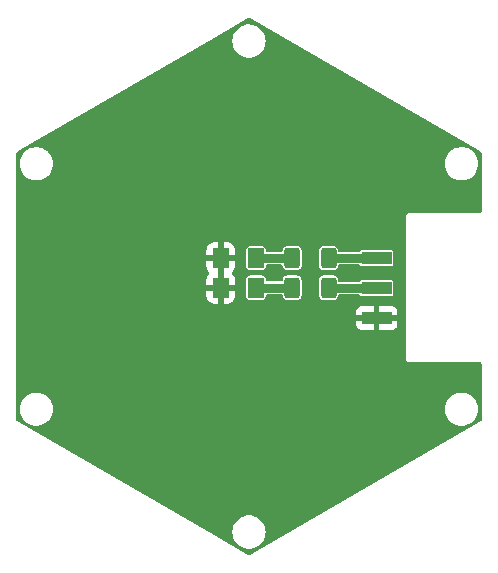
<source format=gbr>
%TF.GenerationSoftware,KiCad,Pcbnew,8.0.2-1*%
%TF.CreationDate,2024-05-06T20:00:42-04:00*%
%TF.ProjectId,LED_INDICATOR,4c45445f-494e-4444-9943-41544f522e6b,rev?*%
%TF.SameCoordinates,Original*%
%TF.FileFunction,Copper,L1,Top*%
%TF.FilePolarity,Positive*%
%FSLAX46Y46*%
G04 Gerber Fmt 4.6, Leading zero omitted, Abs format (unit mm)*
G04 Created by KiCad (PCBNEW 8.0.2-1) date 2024-05-06 20:00:42*
%MOMM*%
%LPD*%
G01*
G04 APERTURE LIST*
G04 Aperture macros list*
%AMRoundRect*
0 Rectangle with rounded corners*
0 $1 Rounding radius*
0 $2 $3 $4 $5 $6 $7 $8 $9 X,Y pos of 4 corners*
0 Add a 4 corners polygon primitive as box body*
4,1,4,$2,$3,$4,$5,$6,$7,$8,$9,$2,$3,0*
0 Add four circle primitives for the rounded corners*
1,1,$1+$1,$2,$3*
1,1,$1+$1,$4,$5*
1,1,$1+$1,$6,$7*
1,1,$1+$1,$8,$9*
0 Add four rect primitives between the rounded corners*
20,1,$1+$1,$2,$3,$4,$5,0*
20,1,$1+$1,$4,$5,$6,$7,0*
20,1,$1+$1,$6,$7,$8,$9,0*
20,1,$1+$1,$8,$9,$2,$3,0*%
G04 Aperture macros list end*
%TA.AperFunction,SMDPad,CuDef*%
%ADD10RoundRect,0.250001X-0.462499X-0.624999X0.462499X-0.624999X0.462499X0.624999X-0.462499X0.624999X0*%
%TD*%
%TA.AperFunction,SMDPad,CuDef*%
%ADD11RoundRect,0.250000X0.400000X0.625000X-0.400000X0.625000X-0.400000X-0.625000X0.400000X-0.625000X0*%
%TD*%
%TA.AperFunction,SMDPad,CuDef*%
%ADD12R,2.500000X1.000000*%
%TD*%
%TA.AperFunction,Conductor*%
%ADD13C,0.762000*%
%TD*%
G04 APERTURE END LIST*
D10*
%TO.P,D4,1,K*%
%TO.N,GND*%
X147772500Y-97698621D03*
%TO.P,D4,2,A*%
%TO.N,Net-(D4-A)*%
X150747500Y-97698621D03*
%TD*%
D11*
%TO.P,R2,1*%
%TO.N,Net-(J1-Pin_2)*%
X156910000Y-100198621D03*
%TO.P,R2,2*%
%TO.N,Net-(D3-A)*%
X153810000Y-100198621D03*
%TD*%
%TO.P,R1,1*%
%TO.N,Net-(J1-Pin_1)*%
X156910000Y-97698621D03*
%TO.P,R1,2*%
%TO.N,Net-(D4-A)*%
X153810000Y-97698621D03*
%TD*%
D10*
%TO.P,D3,1,K*%
%TO.N,GND*%
X147772500Y-100198621D03*
%TO.P,D3,2,A*%
%TO.N,Net-(D3-A)*%
X150747500Y-100198621D03*
%TD*%
D12*
%TO.P,J1,1,Pin_1*%
%TO.N,Net-(J1-Pin_1)*%
X160960000Y-97698621D03*
%TO.P,J1,2,Pin_2*%
%TO.N,Net-(J1-Pin_2)*%
X160960000Y-100238621D03*
%TO.P,J1,3,Pin_3*%
%TO.N,GND*%
X160960000Y-102778621D03*
%TD*%
D13*
%TO.N,Net-(D3-A)*%
X153810000Y-100198621D02*
X150747500Y-100198621D01*
%TO.N,Net-(D4-A)*%
X153810000Y-97698621D02*
X150747500Y-97698621D01*
%TO.N,Net-(J1-Pin_2)*%
X160960000Y-100238621D02*
X156950000Y-100238621D01*
X156950000Y-100238621D02*
X156910000Y-100198621D01*
%TO.N,Net-(J1-Pin_1)*%
X160960000Y-97698621D02*
X156910000Y-97698621D01*
%TD*%
%TA.AperFunction,Conductor*%
%TO.N,GND*%
G36*
X150221997Y-77398922D02*
G01*
X169752473Y-88674849D01*
X169792700Y-88698074D01*
X169840916Y-88748641D01*
X169854700Y-88805461D01*
X169854700Y-93769321D01*
X169835015Y-93836360D01*
X169782211Y-93882115D01*
X169730700Y-93893321D01*
X163719807Y-93893321D01*
X163642158Y-93914127D01*
X163642153Y-93914129D01*
X163572548Y-93954317D01*
X163572539Y-93954323D01*
X163515702Y-94011160D01*
X163515696Y-94011169D01*
X163475508Y-94080774D01*
X163475506Y-94080779D01*
X163454700Y-94158428D01*
X163454700Y-106238813D01*
X163475506Y-106316462D01*
X163475508Y-106316467D01*
X163513898Y-106382959D01*
X163515700Y-106386079D01*
X163572542Y-106442921D01*
X163607350Y-106463018D01*
X163642153Y-106483112D01*
X163642155Y-106483113D01*
X163642159Y-106483115D01*
X163719807Y-106503921D01*
X163800193Y-106503921D01*
X169730700Y-106503921D01*
X169797739Y-106523606D01*
X169843494Y-106576410D01*
X169854700Y-106627921D01*
X169854700Y-111403757D01*
X169835015Y-111470796D01*
X169792700Y-111511144D01*
X150222000Y-122810295D01*
X150154100Y-122826768D01*
X150098000Y-122810295D01*
X146770591Y-120889214D01*
X148749884Y-120889214D01*
X148749884Y-120889225D01*
X148769115Y-121121313D01*
X148826288Y-121347084D01*
X148919839Y-121560360D01*
X149047217Y-121755328D01*
X149047220Y-121755331D01*
X149204954Y-121926676D01*
X149204957Y-121926678D01*
X149204960Y-121926681D01*
X149388731Y-122069716D01*
X149388737Y-122069720D01*
X149388740Y-122069722D01*
X149593563Y-122180567D01*
X149707943Y-122219833D01*
X149813833Y-122256186D01*
X149813835Y-122256186D01*
X149813837Y-122256187D01*
X150043554Y-122294520D01*
X150043555Y-122294520D01*
X150276445Y-122294520D01*
X150276446Y-122294520D01*
X150506163Y-122256187D01*
X150726437Y-122180567D01*
X150931260Y-122069722D01*
X151115046Y-121926676D01*
X151272780Y-121755331D01*
X151400160Y-121560361D01*
X151493712Y-121347084D01*
X151550884Y-121121317D01*
X151570116Y-120889220D01*
X151550884Y-120657123D01*
X151493712Y-120431356D01*
X151400160Y-120218079D01*
X151272782Y-120023111D01*
X151254845Y-120003626D01*
X151115046Y-119851764D01*
X151115041Y-119851760D01*
X151115039Y-119851758D01*
X150931268Y-119708723D01*
X150931262Y-119708719D01*
X150726437Y-119597873D01*
X150726429Y-119597870D01*
X150506166Y-119522253D01*
X150333875Y-119493503D01*
X150276446Y-119483920D01*
X150043554Y-119483920D01*
X149997610Y-119491586D01*
X149813833Y-119522253D01*
X149593570Y-119597870D01*
X149593562Y-119597873D01*
X149388737Y-119708719D01*
X149388731Y-119708723D01*
X149204960Y-119851758D01*
X149204957Y-119851761D01*
X149047217Y-120023111D01*
X148919839Y-120218079D01*
X148826288Y-120431355D01*
X148769115Y-120657126D01*
X148749884Y-120889214D01*
X146770591Y-120889214D01*
X130527300Y-111511144D01*
X130479084Y-111460577D01*
X130465300Y-111403757D01*
X130465300Y-110496909D01*
X130749884Y-110496909D01*
X130749884Y-110496920D01*
X130769115Y-110729008D01*
X130826288Y-110954779D01*
X130919839Y-111168055D01*
X131047217Y-111363023D01*
X131047220Y-111363026D01*
X131204954Y-111534371D01*
X131204957Y-111534373D01*
X131204960Y-111534376D01*
X131388731Y-111677411D01*
X131388737Y-111677415D01*
X131388740Y-111677417D01*
X131593563Y-111788262D01*
X131707943Y-111827528D01*
X131813833Y-111863881D01*
X131813835Y-111863881D01*
X131813837Y-111863882D01*
X132043554Y-111902215D01*
X132043555Y-111902215D01*
X132276445Y-111902215D01*
X132276446Y-111902215D01*
X132506163Y-111863882D01*
X132726437Y-111788262D01*
X132931260Y-111677417D01*
X133115046Y-111534371D01*
X133272780Y-111363026D01*
X133400160Y-111168056D01*
X133493712Y-110954779D01*
X133550884Y-110729012D01*
X133570116Y-110496915D01*
X133570116Y-110496909D01*
X166749884Y-110496909D01*
X166749884Y-110496920D01*
X166769115Y-110729008D01*
X166826288Y-110954779D01*
X166919839Y-111168055D01*
X167047217Y-111363023D01*
X167047220Y-111363026D01*
X167204954Y-111534371D01*
X167204957Y-111534373D01*
X167204960Y-111534376D01*
X167388731Y-111677411D01*
X167388737Y-111677415D01*
X167388740Y-111677417D01*
X167593563Y-111788262D01*
X167707943Y-111827528D01*
X167813833Y-111863881D01*
X167813835Y-111863881D01*
X167813837Y-111863882D01*
X168043554Y-111902215D01*
X168043555Y-111902215D01*
X168276445Y-111902215D01*
X168276446Y-111902215D01*
X168506163Y-111863882D01*
X168726437Y-111788262D01*
X168931260Y-111677417D01*
X169115046Y-111534371D01*
X169272780Y-111363026D01*
X169400160Y-111168056D01*
X169493712Y-110954779D01*
X169550884Y-110729012D01*
X169570116Y-110496915D01*
X169550884Y-110264818D01*
X169493712Y-110039051D01*
X169400160Y-109825774D01*
X169272782Y-109630806D01*
X169254845Y-109611321D01*
X169115046Y-109459459D01*
X169115041Y-109459455D01*
X169115039Y-109459453D01*
X168931268Y-109316418D01*
X168931262Y-109316414D01*
X168726437Y-109205568D01*
X168726429Y-109205565D01*
X168506166Y-109129948D01*
X168333875Y-109101198D01*
X168276446Y-109091615D01*
X168043554Y-109091615D01*
X167997610Y-109099281D01*
X167813833Y-109129948D01*
X167593570Y-109205565D01*
X167593562Y-109205568D01*
X167388737Y-109316414D01*
X167388731Y-109316418D01*
X167204960Y-109459453D01*
X167204957Y-109459456D01*
X167047217Y-109630806D01*
X166919839Y-109825774D01*
X166826288Y-110039050D01*
X166769115Y-110264821D01*
X166749884Y-110496909D01*
X133570116Y-110496909D01*
X133550884Y-110264818D01*
X133493712Y-110039051D01*
X133400160Y-109825774D01*
X133272782Y-109630806D01*
X133254845Y-109611321D01*
X133115046Y-109459459D01*
X133115041Y-109459455D01*
X133115039Y-109459453D01*
X132931268Y-109316418D01*
X132931262Y-109316414D01*
X132726437Y-109205568D01*
X132726429Y-109205565D01*
X132506166Y-109129948D01*
X132333875Y-109101198D01*
X132276446Y-109091615D01*
X132043554Y-109091615D01*
X131997610Y-109099281D01*
X131813833Y-109129948D01*
X131593570Y-109205565D01*
X131593562Y-109205568D01*
X131388737Y-109316414D01*
X131388731Y-109316418D01*
X131204960Y-109459453D01*
X131204957Y-109459456D01*
X131047217Y-109630806D01*
X130919839Y-109825774D01*
X130826288Y-110039050D01*
X130769115Y-110264821D01*
X130749884Y-110496909D01*
X130465300Y-110496909D01*
X130465300Y-103326465D01*
X159210000Y-103326465D01*
X159216401Y-103385993D01*
X159216403Y-103386000D01*
X159266645Y-103520707D01*
X159266649Y-103520714D01*
X159352809Y-103635808D01*
X159352812Y-103635811D01*
X159467906Y-103721971D01*
X159467913Y-103721975D01*
X159602620Y-103772217D01*
X159602627Y-103772219D01*
X159662155Y-103778620D01*
X159662172Y-103778621D01*
X160710000Y-103778621D01*
X161210000Y-103778621D01*
X162257828Y-103778621D01*
X162257844Y-103778620D01*
X162317372Y-103772219D01*
X162317379Y-103772217D01*
X162452086Y-103721975D01*
X162452093Y-103721971D01*
X162567187Y-103635811D01*
X162567190Y-103635808D01*
X162653350Y-103520714D01*
X162653354Y-103520707D01*
X162703596Y-103386000D01*
X162703598Y-103385993D01*
X162709999Y-103326465D01*
X162710000Y-103326448D01*
X162710000Y-103028621D01*
X161210000Y-103028621D01*
X161210000Y-103778621D01*
X160710000Y-103778621D01*
X160710000Y-103028621D01*
X159210000Y-103028621D01*
X159210000Y-103326465D01*
X130465300Y-103326465D01*
X130465300Y-102230776D01*
X159210000Y-102230776D01*
X159210000Y-102528621D01*
X160710000Y-102528621D01*
X161210000Y-102528621D01*
X162710000Y-102528621D01*
X162710000Y-102230793D01*
X162709999Y-102230776D01*
X162703598Y-102171248D01*
X162703596Y-102171241D01*
X162653354Y-102036534D01*
X162653350Y-102036527D01*
X162567190Y-101921433D01*
X162567187Y-101921430D01*
X162452093Y-101835270D01*
X162452086Y-101835266D01*
X162317379Y-101785024D01*
X162317372Y-101785022D01*
X162257844Y-101778621D01*
X161210000Y-101778621D01*
X161210000Y-102528621D01*
X160710000Y-102528621D01*
X160710000Y-101778621D01*
X159662155Y-101778621D01*
X159602627Y-101785022D01*
X159602620Y-101785024D01*
X159467913Y-101835266D01*
X159467906Y-101835270D01*
X159352812Y-101921430D01*
X159352809Y-101921433D01*
X159266649Y-102036527D01*
X159266645Y-102036534D01*
X159216403Y-102171241D01*
X159216401Y-102171248D01*
X159210000Y-102230776D01*
X130465300Y-102230776D01*
X130465300Y-100873606D01*
X146560000Y-100873606D01*
X146570493Y-100976310D01*
X146570494Y-100976317D01*
X146625641Y-101142739D01*
X146625643Y-101142744D01*
X146717684Y-101291965D01*
X146841655Y-101415936D01*
X146990876Y-101507977D01*
X146990881Y-101507979D01*
X147157303Y-101563126D01*
X147157310Y-101563127D01*
X147260014Y-101573620D01*
X147260027Y-101573621D01*
X147522500Y-101573621D01*
X148022500Y-101573621D01*
X148284973Y-101573621D01*
X148284985Y-101573620D01*
X148387689Y-101563127D01*
X148387696Y-101563126D01*
X148554118Y-101507979D01*
X148554123Y-101507977D01*
X148703344Y-101415936D01*
X148827315Y-101291965D01*
X148919356Y-101142744D01*
X148919358Y-101142739D01*
X148974505Y-100976317D01*
X148974506Y-100976310D01*
X148984999Y-100873606D01*
X148985000Y-100873593D01*
X148985000Y-100448621D01*
X148022500Y-100448621D01*
X148022500Y-101573621D01*
X147522500Y-101573621D01*
X147522500Y-100448621D01*
X146560000Y-100448621D01*
X146560000Y-100873606D01*
X130465300Y-100873606D01*
X130465300Y-98373606D01*
X146560000Y-98373606D01*
X146570493Y-98476310D01*
X146570494Y-98476317D01*
X146625641Y-98642739D01*
X146625643Y-98642744D01*
X146717684Y-98791965D01*
X146786659Y-98860940D01*
X146820144Y-98922263D01*
X146815160Y-98991955D01*
X146786659Y-99036302D01*
X146717684Y-99105276D01*
X146625643Y-99254497D01*
X146625641Y-99254502D01*
X146570494Y-99420924D01*
X146570493Y-99420931D01*
X146560000Y-99523635D01*
X146560000Y-99948621D01*
X147522500Y-99948621D01*
X148022500Y-99948621D01*
X148985000Y-99948621D01*
X148985000Y-99541908D01*
X149882100Y-99541908D01*
X149882100Y-100855326D01*
X149897043Y-100949676D01*
X149910614Y-100976310D01*
X149954984Y-101063391D01*
X149954986Y-101063393D01*
X149954988Y-101063396D01*
X150045224Y-101153632D01*
X150045228Y-101153635D01*
X150045230Y-101153637D01*
X150158946Y-101211578D01*
X150158948Y-101211578D01*
X150158950Y-101211579D01*
X150253287Y-101226520D01*
X150253293Y-101226521D01*
X151241706Y-101226520D01*
X151336054Y-101211578D01*
X151449770Y-101153637D01*
X151540016Y-101063391D01*
X151597957Y-100949675D01*
X151608573Y-100882648D01*
X151612900Y-100855331D01*
X151613282Y-100850478D01*
X151614643Y-100850585D01*
X151632585Y-100789482D01*
X151685389Y-100743727D01*
X151736900Y-100732521D01*
X152883100Y-100732521D01*
X152950139Y-100752206D01*
X152995894Y-100805010D01*
X153005801Y-100850551D01*
X153006718Y-100850479D01*
X153007099Y-100855332D01*
X153022041Y-100949671D01*
X153022042Y-100949674D01*
X153022043Y-100949676D01*
X153079984Y-101063392D01*
X153079985Y-101063393D01*
X153079988Y-101063397D01*
X153170223Y-101153632D01*
X153170227Y-101153635D01*
X153170229Y-101153637D01*
X153283945Y-101211578D01*
X153283947Y-101211578D01*
X153283949Y-101211579D01*
X153378287Y-101226521D01*
X153378292Y-101226521D01*
X154241713Y-101226521D01*
X154336050Y-101211579D01*
X154336050Y-101211578D01*
X154336055Y-101211578D01*
X154449771Y-101153637D01*
X154540016Y-101063392D01*
X154597957Y-100949676D01*
X154607168Y-100891521D01*
X154612900Y-100855334D01*
X154612900Y-99541907D01*
X156107100Y-99541907D01*
X156107100Y-100855334D01*
X156122041Y-100949671D01*
X156122042Y-100949674D01*
X156122043Y-100949676D01*
X156179984Y-101063392D01*
X156179985Y-101063393D01*
X156179988Y-101063397D01*
X156270223Y-101153632D01*
X156270227Y-101153635D01*
X156270229Y-101153637D01*
X156383945Y-101211578D01*
X156383947Y-101211578D01*
X156383949Y-101211579D01*
X156478287Y-101226521D01*
X156478292Y-101226521D01*
X157341713Y-101226521D01*
X157436050Y-101211579D01*
X157436050Y-101211578D01*
X157436055Y-101211578D01*
X157549771Y-101153637D01*
X157640016Y-101063392D01*
X157697957Y-100949676D01*
X157707168Y-100891521D01*
X157709449Y-100877123D01*
X157739378Y-100813988D01*
X157798690Y-100777057D01*
X157831922Y-100772521D01*
X159482481Y-100772521D01*
X159549520Y-100792206D01*
X159585582Y-100827629D01*
X159599764Y-100848853D01*
X159599765Y-100848853D01*
X159599766Y-100848855D01*
X159650342Y-100882649D01*
X159650343Y-100882649D01*
X159650345Y-100882650D01*
X159672642Y-100887085D01*
X159694943Y-100891521D01*
X162225056Y-100891520D01*
X162269658Y-100882649D01*
X162320234Y-100848855D01*
X162354028Y-100798279D01*
X162362900Y-100753678D01*
X162362899Y-99723565D01*
X162354028Y-99678963D01*
X162354026Y-99678961D01*
X162354026Y-99678959D01*
X162320234Y-99628387D01*
X162269658Y-99594593D01*
X162269657Y-99594592D01*
X162269656Y-99594592D01*
X162269654Y-99594591D01*
X162225059Y-99585721D01*
X159694945Y-99585721D01*
X159650341Y-99594593D01*
X159650338Y-99594594D01*
X159599764Y-99628387D01*
X159585582Y-99649613D01*
X159531970Y-99694417D01*
X159482481Y-99704721D01*
X157836900Y-99704721D01*
X157769861Y-99685036D01*
X157724106Y-99632232D01*
X157712900Y-99580721D01*
X157712900Y-99541907D01*
X157697958Y-99447570D01*
X157697957Y-99447568D01*
X157697957Y-99447566D01*
X157640016Y-99333850D01*
X157640014Y-99333848D01*
X157640011Y-99333844D01*
X157549776Y-99243609D01*
X157549772Y-99243606D01*
X157549771Y-99243605D01*
X157436055Y-99185664D01*
X157436053Y-99185663D01*
X157436050Y-99185662D01*
X157341713Y-99170721D01*
X157341708Y-99170721D01*
X156478292Y-99170721D01*
X156478287Y-99170721D01*
X156383949Y-99185662D01*
X156270227Y-99243606D01*
X156270223Y-99243609D01*
X156179988Y-99333844D01*
X156179985Y-99333848D01*
X156122041Y-99447570D01*
X156107100Y-99541907D01*
X154612900Y-99541907D01*
X154597958Y-99447570D01*
X154597957Y-99447568D01*
X154597957Y-99447566D01*
X154540016Y-99333850D01*
X154540014Y-99333848D01*
X154540011Y-99333844D01*
X154449776Y-99243609D01*
X154449772Y-99243606D01*
X154449771Y-99243605D01*
X154336055Y-99185664D01*
X154336053Y-99185663D01*
X154336050Y-99185662D01*
X154241713Y-99170721D01*
X154241708Y-99170721D01*
X153378292Y-99170721D01*
X153378287Y-99170721D01*
X153283949Y-99185662D01*
X153170227Y-99243606D01*
X153170223Y-99243609D01*
X153079988Y-99333844D01*
X153079985Y-99333848D01*
X153022041Y-99447570D01*
X153007099Y-99541909D01*
X153006718Y-99546763D01*
X153005357Y-99546655D01*
X152987415Y-99607760D01*
X152934611Y-99653515D01*
X152883100Y-99664721D01*
X151736899Y-99664721D01*
X151669860Y-99645036D01*
X151624105Y-99592232D01*
X151614198Y-99546693D01*
X151613281Y-99546766D01*
X151612899Y-99541921D01*
X151612899Y-99541915D01*
X151597957Y-99447567D01*
X151540016Y-99333851D01*
X151540012Y-99333847D01*
X151540011Y-99333845D01*
X151449775Y-99243609D01*
X151449771Y-99243606D01*
X151449770Y-99243605D01*
X151336054Y-99185664D01*
X151336052Y-99185663D01*
X151336049Y-99185662D01*
X151241712Y-99170721D01*
X150253294Y-99170721D01*
X150158944Y-99185664D01*
X150082177Y-99224779D01*
X150045230Y-99243605D01*
X150045229Y-99243606D01*
X150045224Y-99243609D01*
X149954988Y-99333845D01*
X149954985Y-99333849D01*
X149897041Y-99447571D01*
X149882100Y-99541908D01*
X148985000Y-99541908D01*
X148985000Y-99523648D01*
X148984999Y-99523635D01*
X148974506Y-99420931D01*
X148974505Y-99420924D01*
X148919358Y-99254502D01*
X148919356Y-99254497D01*
X148827315Y-99105276D01*
X148758341Y-99036302D01*
X148724856Y-98974979D01*
X148729840Y-98905287D01*
X148758341Y-98860940D01*
X148827315Y-98791965D01*
X148919356Y-98642744D01*
X148919358Y-98642739D01*
X148974505Y-98476317D01*
X148974506Y-98476310D01*
X148984999Y-98373606D01*
X148985000Y-98373593D01*
X148985000Y-97948621D01*
X148022500Y-97948621D01*
X148022500Y-99948621D01*
X147522500Y-99948621D01*
X147522500Y-97948621D01*
X146560000Y-97948621D01*
X146560000Y-98373606D01*
X130465300Y-98373606D01*
X130465300Y-97023635D01*
X146560000Y-97023635D01*
X146560000Y-97448621D01*
X147522500Y-97448621D01*
X148022500Y-97448621D01*
X148985000Y-97448621D01*
X148985000Y-97041908D01*
X149882100Y-97041908D01*
X149882100Y-98355326D01*
X149897043Y-98449676D01*
X149910614Y-98476310D01*
X149954984Y-98563391D01*
X149954986Y-98563393D01*
X149954988Y-98563396D01*
X150045224Y-98653632D01*
X150045228Y-98653635D01*
X150045230Y-98653637D01*
X150158946Y-98711578D01*
X150158948Y-98711578D01*
X150158950Y-98711579D01*
X150253287Y-98726520D01*
X150253293Y-98726521D01*
X151241706Y-98726520D01*
X151336054Y-98711578D01*
X151449770Y-98653637D01*
X151540016Y-98563391D01*
X151597957Y-98449675D01*
X151610005Y-98373606D01*
X151612900Y-98355331D01*
X151613282Y-98350478D01*
X151614643Y-98350585D01*
X151632585Y-98289482D01*
X151685389Y-98243727D01*
X151736900Y-98232521D01*
X152883100Y-98232521D01*
X152950139Y-98252206D01*
X152995894Y-98305010D01*
X153005801Y-98350551D01*
X153006718Y-98350479D01*
X153007099Y-98355332D01*
X153022041Y-98449671D01*
X153022042Y-98449674D01*
X153022043Y-98449676D01*
X153079984Y-98563392D01*
X153079985Y-98563393D01*
X153079988Y-98563397D01*
X153170223Y-98653632D01*
X153170227Y-98653635D01*
X153170229Y-98653637D01*
X153283945Y-98711578D01*
X153283947Y-98711578D01*
X153283949Y-98711579D01*
X153378287Y-98726521D01*
X153378292Y-98726521D01*
X154241713Y-98726521D01*
X154336050Y-98711579D01*
X154336050Y-98711578D01*
X154336055Y-98711578D01*
X154449771Y-98653637D01*
X154540016Y-98563392D01*
X154597957Y-98449676D01*
X154597958Y-98449670D01*
X154612900Y-98355334D01*
X154612900Y-97041907D01*
X156107100Y-97041907D01*
X156107100Y-98355334D01*
X156122041Y-98449671D01*
X156122042Y-98449674D01*
X156122043Y-98449676D01*
X156179984Y-98563392D01*
X156179985Y-98563393D01*
X156179988Y-98563397D01*
X156270223Y-98653632D01*
X156270227Y-98653635D01*
X156270229Y-98653637D01*
X156383945Y-98711578D01*
X156383947Y-98711578D01*
X156383949Y-98711579D01*
X156478287Y-98726521D01*
X156478292Y-98726521D01*
X157341713Y-98726521D01*
X157436050Y-98711579D01*
X157436050Y-98711578D01*
X157436055Y-98711578D01*
X157549771Y-98653637D01*
X157640016Y-98563392D01*
X157697957Y-98449676D01*
X157697958Y-98449670D01*
X157712900Y-98355332D01*
X157713282Y-98350479D01*
X157714642Y-98350586D01*
X157732585Y-98289482D01*
X157785389Y-98243727D01*
X157836900Y-98232521D01*
X159482481Y-98232521D01*
X159549520Y-98252206D01*
X159585582Y-98287629D01*
X159599764Y-98308853D01*
X159599765Y-98308853D01*
X159599766Y-98308855D01*
X159650342Y-98342649D01*
X159650343Y-98342649D01*
X159650345Y-98342650D01*
X159672642Y-98347085D01*
X159694943Y-98351521D01*
X162225056Y-98351520D01*
X162269658Y-98342649D01*
X162320234Y-98308855D01*
X162354028Y-98258279D01*
X162362900Y-98213678D01*
X162362899Y-97183565D01*
X162354028Y-97138963D01*
X162354026Y-97138961D01*
X162354026Y-97138959D01*
X162320234Y-97088387D01*
X162269659Y-97054594D01*
X162269658Y-97054593D01*
X162269657Y-97054592D01*
X162269656Y-97054592D01*
X162269654Y-97054591D01*
X162225059Y-97045721D01*
X159694945Y-97045721D01*
X159650341Y-97054593D01*
X159650338Y-97054594D01*
X159599764Y-97088387D01*
X159585582Y-97109613D01*
X159531970Y-97154417D01*
X159482481Y-97164721D01*
X157836900Y-97164721D01*
X157769861Y-97145036D01*
X157724106Y-97092232D01*
X157714198Y-97046690D01*
X157713282Y-97046763D01*
X157712900Y-97041909D01*
X157697958Y-96947570D01*
X157697957Y-96947568D01*
X157697957Y-96947566D01*
X157640016Y-96833850D01*
X157640014Y-96833848D01*
X157640011Y-96833844D01*
X157549776Y-96743609D01*
X157549772Y-96743606D01*
X157549771Y-96743605D01*
X157436055Y-96685664D01*
X157436053Y-96685663D01*
X157436050Y-96685662D01*
X157341713Y-96670721D01*
X157341708Y-96670721D01*
X156478292Y-96670721D01*
X156478287Y-96670721D01*
X156383949Y-96685662D01*
X156270227Y-96743606D01*
X156270223Y-96743609D01*
X156179988Y-96833844D01*
X156179985Y-96833848D01*
X156122041Y-96947570D01*
X156107100Y-97041907D01*
X154612900Y-97041907D01*
X154597958Y-96947570D01*
X154597957Y-96947568D01*
X154597957Y-96947566D01*
X154540016Y-96833850D01*
X154540014Y-96833848D01*
X154540011Y-96833844D01*
X154449776Y-96743609D01*
X154449772Y-96743606D01*
X154449771Y-96743605D01*
X154336055Y-96685664D01*
X154336053Y-96685663D01*
X154336050Y-96685662D01*
X154241713Y-96670721D01*
X154241708Y-96670721D01*
X153378292Y-96670721D01*
X153378287Y-96670721D01*
X153283949Y-96685662D01*
X153170227Y-96743606D01*
X153170223Y-96743609D01*
X153079988Y-96833844D01*
X153079985Y-96833848D01*
X153022041Y-96947570D01*
X153007099Y-97041909D01*
X153006718Y-97046763D01*
X153005357Y-97046655D01*
X152987415Y-97107760D01*
X152934611Y-97153515D01*
X152883100Y-97164721D01*
X151736899Y-97164721D01*
X151669860Y-97145036D01*
X151624105Y-97092232D01*
X151614198Y-97046693D01*
X151613281Y-97046766D01*
X151612899Y-97041921D01*
X151612899Y-97041915D01*
X151597957Y-96947567D01*
X151540016Y-96833851D01*
X151540012Y-96833847D01*
X151540011Y-96833845D01*
X151449775Y-96743609D01*
X151449771Y-96743606D01*
X151449770Y-96743605D01*
X151336054Y-96685664D01*
X151336052Y-96685663D01*
X151336049Y-96685662D01*
X151241712Y-96670721D01*
X150253294Y-96670721D01*
X150158944Y-96685664D01*
X150082177Y-96724779D01*
X150045230Y-96743605D01*
X150045229Y-96743606D01*
X150045224Y-96743609D01*
X149954988Y-96833845D01*
X149954985Y-96833849D01*
X149897041Y-96947571D01*
X149882100Y-97041908D01*
X148985000Y-97041908D01*
X148985000Y-97023648D01*
X148984999Y-97023635D01*
X148974506Y-96920931D01*
X148974505Y-96920924D01*
X148919358Y-96754502D01*
X148919356Y-96754497D01*
X148827315Y-96605276D01*
X148703344Y-96481305D01*
X148554123Y-96389264D01*
X148554118Y-96389262D01*
X148387696Y-96334115D01*
X148387689Y-96334114D01*
X148284985Y-96323621D01*
X148022500Y-96323621D01*
X148022500Y-97448621D01*
X147522500Y-97448621D01*
X147522500Y-96323621D01*
X147260014Y-96323621D01*
X147157310Y-96334114D01*
X147157303Y-96334115D01*
X146990881Y-96389262D01*
X146990876Y-96389264D01*
X146841655Y-96481305D01*
X146717684Y-96605276D01*
X146625643Y-96754497D01*
X146625641Y-96754502D01*
X146570494Y-96920924D01*
X146570493Y-96920931D01*
X146560000Y-97023635D01*
X130465300Y-97023635D01*
X130465300Y-89712299D01*
X130749884Y-89712299D01*
X130749884Y-89712310D01*
X130769115Y-89944398D01*
X130826288Y-90170169D01*
X130919839Y-90383445D01*
X131047217Y-90578413D01*
X131047220Y-90578416D01*
X131204954Y-90749761D01*
X131204957Y-90749763D01*
X131204960Y-90749766D01*
X131388731Y-90892801D01*
X131388737Y-90892805D01*
X131388740Y-90892807D01*
X131593563Y-91003652D01*
X131707943Y-91042918D01*
X131813833Y-91079271D01*
X131813835Y-91079271D01*
X131813837Y-91079272D01*
X132043554Y-91117605D01*
X132043555Y-91117605D01*
X132276445Y-91117605D01*
X132276446Y-91117605D01*
X132506163Y-91079272D01*
X132726437Y-91003652D01*
X132931260Y-90892807D01*
X133115046Y-90749761D01*
X133272780Y-90578416D01*
X133400160Y-90383446D01*
X133493712Y-90170169D01*
X133550884Y-89944402D01*
X133570116Y-89712305D01*
X133570116Y-89712299D01*
X166749884Y-89712299D01*
X166749884Y-89712310D01*
X166769115Y-89944398D01*
X166826288Y-90170169D01*
X166919839Y-90383445D01*
X167047217Y-90578413D01*
X167047220Y-90578416D01*
X167204954Y-90749761D01*
X167204957Y-90749763D01*
X167204960Y-90749766D01*
X167388731Y-90892801D01*
X167388737Y-90892805D01*
X167388740Y-90892807D01*
X167593563Y-91003652D01*
X167707943Y-91042918D01*
X167813833Y-91079271D01*
X167813835Y-91079271D01*
X167813837Y-91079272D01*
X168043554Y-91117605D01*
X168043555Y-91117605D01*
X168276445Y-91117605D01*
X168276446Y-91117605D01*
X168506163Y-91079272D01*
X168726437Y-91003652D01*
X168931260Y-90892807D01*
X169115046Y-90749761D01*
X169272780Y-90578416D01*
X169400160Y-90383446D01*
X169493712Y-90170169D01*
X169550884Y-89944402D01*
X169570116Y-89712305D01*
X169550884Y-89480208D01*
X169493712Y-89254441D01*
X169400160Y-89041164D01*
X169272782Y-88846196D01*
X169182976Y-88748641D01*
X169115046Y-88674849D01*
X169115041Y-88674845D01*
X169115039Y-88674843D01*
X168931268Y-88531808D01*
X168931262Y-88531804D01*
X168726437Y-88420958D01*
X168726429Y-88420955D01*
X168506166Y-88345338D01*
X168333875Y-88316588D01*
X168276446Y-88307005D01*
X168043554Y-88307005D01*
X168005806Y-88313304D01*
X167813833Y-88345338D01*
X167593570Y-88420955D01*
X167593562Y-88420958D01*
X167388737Y-88531804D01*
X167388731Y-88531808D01*
X167204960Y-88674843D01*
X167204957Y-88674846D01*
X167047217Y-88846196D01*
X166919839Y-89041164D01*
X166826288Y-89254440D01*
X166769115Y-89480211D01*
X166749884Y-89712299D01*
X133570116Y-89712299D01*
X133550884Y-89480208D01*
X133493712Y-89254441D01*
X133400160Y-89041164D01*
X133272782Y-88846196D01*
X133182976Y-88748641D01*
X133115046Y-88674849D01*
X133115041Y-88674845D01*
X133115039Y-88674843D01*
X132931268Y-88531808D01*
X132931262Y-88531804D01*
X132726437Y-88420958D01*
X132726429Y-88420955D01*
X132506166Y-88345338D01*
X132333875Y-88316588D01*
X132276446Y-88307005D01*
X132043554Y-88307005D01*
X132005806Y-88313304D01*
X131813833Y-88345338D01*
X131593570Y-88420955D01*
X131593562Y-88420958D01*
X131388737Y-88531804D01*
X131388731Y-88531808D01*
X131204960Y-88674843D01*
X131204957Y-88674846D01*
X131047217Y-88846196D01*
X130919839Y-89041164D01*
X130826288Y-89254440D01*
X130769115Y-89480211D01*
X130749884Y-89712299D01*
X130465300Y-89712299D01*
X130465300Y-88805461D01*
X130484985Y-88738422D01*
X130527300Y-88698074D01*
X130567527Y-88674849D01*
X146770608Y-79319994D01*
X148749884Y-79319994D01*
X148749884Y-79320005D01*
X148769115Y-79552093D01*
X148826288Y-79777864D01*
X148919839Y-79991140D01*
X149047217Y-80186108D01*
X149047220Y-80186111D01*
X149204954Y-80357456D01*
X149204957Y-80357458D01*
X149204960Y-80357461D01*
X149388731Y-80500496D01*
X149388737Y-80500500D01*
X149388740Y-80500502D01*
X149593563Y-80611347D01*
X149707943Y-80650613D01*
X149813833Y-80686966D01*
X149813835Y-80686966D01*
X149813837Y-80686967D01*
X150043554Y-80725300D01*
X150043555Y-80725300D01*
X150276445Y-80725300D01*
X150276446Y-80725300D01*
X150506163Y-80686967D01*
X150726437Y-80611347D01*
X150931260Y-80500502D01*
X151115046Y-80357456D01*
X151272780Y-80186111D01*
X151400160Y-79991141D01*
X151493712Y-79777864D01*
X151550884Y-79552097D01*
X151570116Y-79320000D01*
X151550884Y-79087903D01*
X151493712Y-78862136D01*
X151400160Y-78648859D01*
X151272782Y-78453891D01*
X151254845Y-78434406D01*
X151115046Y-78282544D01*
X151115041Y-78282540D01*
X151115039Y-78282538D01*
X150931268Y-78139503D01*
X150931262Y-78139499D01*
X150726437Y-78028653D01*
X150726429Y-78028650D01*
X150506166Y-77953033D01*
X150333875Y-77924283D01*
X150276446Y-77914700D01*
X150043554Y-77914700D01*
X149997610Y-77922366D01*
X149813833Y-77953033D01*
X149593570Y-78028650D01*
X149593562Y-78028653D01*
X149388737Y-78139499D01*
X149388731Y-78139503D01*
X149204960Y-78282538D01*
X149204957Y-78282541D01*
X149047217Y-78453891D01*
X148919839Y-78648859D01*
X148826288Y-78862135D01*
X148769115Y-79087906D01*
X148749884Y-79319994D01*
X146770608Y-79319994D01*
X150098002Y-77398922D01*
X150165900Y-77382450D01*
X150221997Y-77398922D01*
G37*
%TD.AperFunction*%
%TD*%
M02*

</source>
